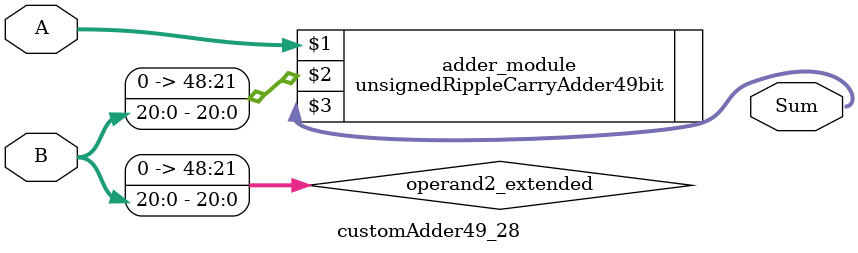
<source format=v>
module customAdder49_28(
                        input [48 : 0] A,
                        input [20 : 0] B,
                        
                        output [49 : 0] Sum
                );

        wire [48 : 0] operand2_extended;
        
        assign operand2_extended =  {28'b0, B};
        
        unsignedRippleCarryAdder49bit adder_module(
            A,
            operand2_extended,
            Sum
        );
        
        endmodule
        
</source>
